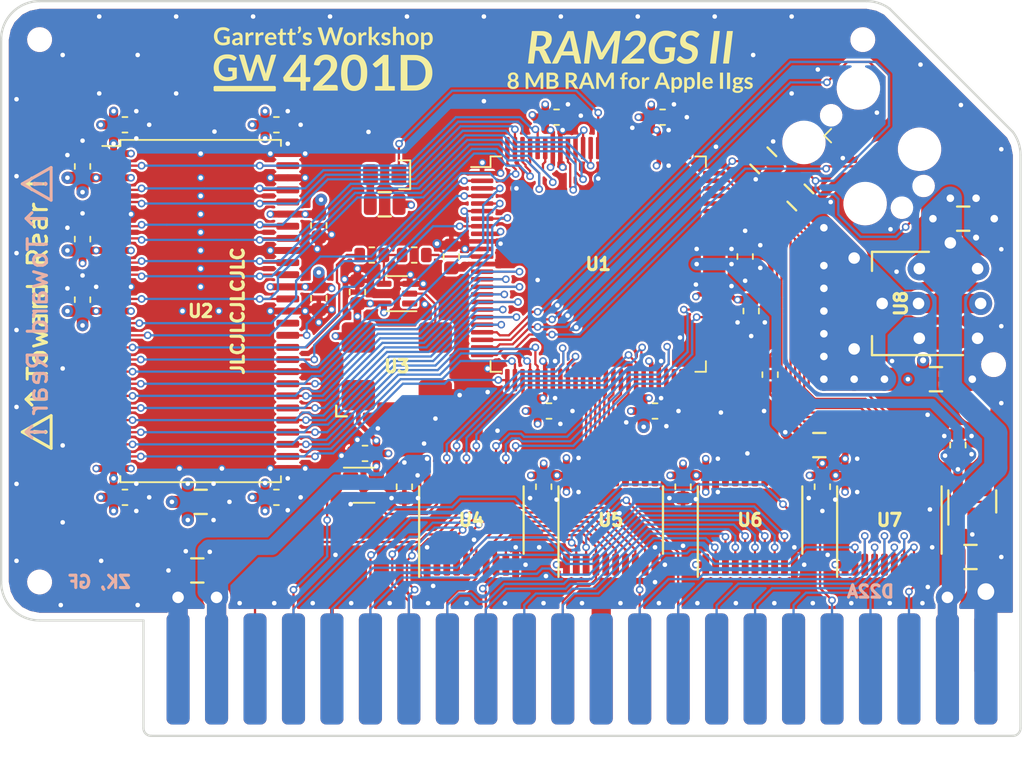
<source format=kicad_pcb>
(kicad_pcb (version 20221018) (generator pcbnew)

  (general
    (thickness 1.6108)
  )

  (paper "A4")
  (title_block
    (title "GW4201D (RAM2GS II) - EPM240 / 5M240Z / AG256")
    (date "2024-04-24")
    (rev "2.2")
    (company "Garrett's Workshop")
  )

  (layers
    (0 "F.Cu" signal)
    (1 "In1.Cu" power)
    (2 "In2.Cu" power)
    (31 "B.Cu" signal)
    (32 "B.Adhes" user "B.Adhesive")
    (33 "F.Adhes" user "F.Adhesive")
    (34 "B.Paste" user)
    (35 "F.Paste" user)
    (36 "B.SilkS" user "B.Silkscreen")
    (37 "F.SilkS" user "F.Silkscreen")
    (38 "B.Mask" user)
    (39 "F.Mask" user)
    (40 "Dwgs.User" user "User.Drawings")
    (41 "Cmts.User" user "User.Comments")
    (42 "Eco1.User" user "User.Eco1")
    (43 "Eco2.User" user "User.Eco2")
    (44 "Edge.Cuts" user)
    (45 "Margin" user)
    (46 "B.CrtYd" user "B.Courtyard")
    (47 "F.CrtYd" user "F.Courtyard")
    (48 "B.Fab" user)
    (49 "F.Fab" user)
  )

  (setup
    (stackup
      (layer "F.SilkS" (type "Top Silk Screen"))
      (layer "F.Paste" (type "Top Solder Paste"))
      (layer "F.Mask" (type "Top Solder Mask") (thickness 0.01))
      (layer "F.Cu" (type "copper") (thickness 0.035))
      (layer "dielectric 1" (type "core") (thickness 0.2104) (material "FR4") (epsilon_r 4.6) (loss_tangent 0.02))
      (layer "In1.Cu" (type "copper") (thickness 0.0175))
      (layer "dielectric 2" (type "prepreg") (thickness 1.065) (material "FR4") (epsilon_r 4.5) (loss_tangent 0.02))
      (layer "In2.Cu" (type "copper") (thickness 0.0175))
      (layer "dielectric 3" (type "core") (thickness 0.2104) (material "FR4") (epsilon_r 4.6) (loss_tangent 0.02))
      (layer "B.Cu" (type "copper") (thickness 0.035))
      (layer "B.Mask" (type "Bottom Solder Mask") (thickness 0.01))
      (layer "B.Paste" (type "Bottom Solder Paste"))
      (layer "B.SilkS" (type "Bottom Silk Screen"))
      (copper_finish "None")
      (dielectric_constraints no)
    )
    (pad_to_mask_clearance 0.0762)
    (solder_mask_min_width 0.127)
    (pad_to_paste_clearance -0.0381)
    (pcbplotparams
      (layerselection 0x00210f8_ffffffff)
      (plot_on_all_layers_selection 0x0000000_00000000)
      (disableapertmacros false)
      (usegerberextensions true)
      (usegerberattributes false)
      (usegerberadvancedattributes false)
      (creategerberjobfile false)
      (dashed_line_dash_ratio 12.000000)
      (dashed_line_gap_ratio 3.000000)
      (svgprecision 4)
      (plotframeref false)
      (viasonmask false)
      (mode 1)
      (useauxorigin false)
      (hpglpennumber 1)
      (hpglpenspeed 20)
      (hpglpendiameter 15.000000)
      (dxfpolygonmode true)
      (dxfimperialunits true)
      (dxfusepcbnewfont true)
      (psnegative false)
      (psa4output false)
      (plotreference true)
      (plotvalue true)
      (plotinvisibletext false)
      (sketchpadsonfab false)
      (subtractmaskfromsilk true)
      (outputformat 1)
      (mirror false)
      (drillshape 0)
      (scaleselection 1)
      (outputdirectory "gerber/")
    )
  )

  (net 0 "")
  (net 1 "GND")
  (net 2 "/FA15")
  (net 3 "/FA14")
  (net 4 "/FA13")
  (net 5 "/FA12")
  (net 6 "/FA11")
  (net 7 "/FA10")
  (net 8 "/~{CRAS}")
  (net 9 "/ABORT")
  (net 10 "/PH2")
  (net 11 "/~{CSEL}")
  (net 12 "/~{CROMSEL}")
  (net 13 "/CROW1")
  (net 14 "/CROW0")
  (net 15 "/~{CCAS}")
  (net 16 "/~{FWE}")
  (net 17 "/FRA1")
  (net 18 "/FRA2")
  (net 19 "/FRA0")
  (net 20 "/FRA7")
  (net 21 "/FRA5")
  (net 22 "/FRA4")
  (net 23 "/FRA3")
  (net 24 "/FRA6")
  (net 25 "/FRA8")
  (net 26 "/FRA9")
  (net 27 "/FD2")
  (net 28 "/FD7")
  (net 29 "/FD0")
  (net 30 "/FD6")
  (net 31 "/FD4")
  (net 32 "/FD5")
  (net 33 "/FD3")
  (net 34 "/FD1")
  (net 35 "/AClk")
  (net 36 "/RClk")
  (net 37 "Net-(D1-A)")
  (net 38 "unconnected-(J2-Pin_6-Pad6)")
  (net 39 "unconnected-(J2-Pin_7-Pad7)")
  (net 40 "unconnected-(J2-Pin_8-Pad8)")
  (net 41 "Net-(U7-B0)")
  (net 42 "Net-(U10-Y)")
  (net 43 "unconnected-(U1-IO2_58-Pad58)")
  (net 44 "unconnected-(U1-IO2_61-Pad61)")
  (net 45 "unconnected-(U1-IO2_62{slash}GCLK2-Pad62)")
  (net 46 "unconnected-(U1-IO2_64{slash}GCLK3-Pad64)")
  (net 47 "unconnected-(U1-IO2_66-Pad66)")
  (net 48 "unconnected-(U1-IO2_75-Pad75)")
  (net 49 "+3V3")
  (net 50 "/Dout5")
  (net 51 "/Dout6")
  (net 52 "/Dout4")
  (net 53 "/Dout7")
  (net 54 "/Dout2")
  (net 55 "/Dout1")
  (net 56 "/Dout0")
  (net 57 "/Dout3")
  (net 58 "/Din3")
  (net 59 "/Din0")
  (net 60 "/Din1")
  (net 61 "/Din2")
  (net 62 "/Din7")
  (net 63 "/Din4")
  (net 64 "/Din6")
  (net 65 "/Din5")
  (net 66 "/~{WE}in")
  (net 67 "/Ain0")
  (net 68 "/Ain2")
  (net 69 "/Ain1")
  (net 70 "/PH2in")
  (net 71 "/~{CCAS}in")
  (net 72 "/CROWin0")
  (net 73 "/CROWin1")
  (net 74 "/~{CRAS}in")
  (net 75 "/RD0")
  (net 76 "/RD2")
  (net 77 "/RD1")
  (net 78 "/RD3")
  (net 79 "/RD7")
  (net 80 "/RD5")
  (net 81 "/RD6")
  (net 82 "/RD4")
  (net 83 "/Ain7")
  (net 84 "/Ain5")
  (net 85 "/Ain4")
  (net 86 "/Ain3")
  (net 87 "/Ain6")
  (net 88 "/Ain8")
  (net 89 "/Ain9")
  (net 90 "/DQMH")
  (net 91 "/CKE")
  (net 92 "/RA11")
  (net 93 "/RA9")
  (net 94 "/RA8")
  (net 95 "/RA7")
  (net 96 "/RA6")
  (net 97 "/RA5")
  (net 98 "/RA4")
  (net 99 "/RA3")
  (net 100 "/RA2")
  (net 101 "/RA1")
  (net 102 "/RA0")
  (net 103 "/RA10")
  (net 104 "/BA1")
  (net 105 "/BA0")
  (net 106 "/R~{CS}")
  (net 107 "/R~{RAS}")
  (net 108 "/R~{CAS}")
  (net 109 "/R~{WE}")
  (net 110 "/DQML")
  (net 111 "unconnected-(U1-IO2_76-Pad76)")
  (net 112 "/TDI")
  (net 113 "unconnected-(U1-IO2_78-Pad78)")
  (net 114 "unconnected-(U1-IO2_81-Pad81)")
  (net 115 "unconnected-(U1-IO2_82-Pad82)")
  (net 116 "/TMS")
  (net 117 "/TDO")
  (net 118 "/TCK")
  (net 119 "+5V")
  (net 120 "unconnected-(U1-IO2_84-Pad84)")
  (net 121 "unconnected-(U1-IO2_86-Pad86)")
  (net 122 "+1V8")
  (net 123 "Net-(U10-A)")
  (net 124 "/MISO")
  (net 125 "/MOSI")
  (net 126 "/SCK")
  (net 127 "/S~{CS}")
  (net 128 "Net-(U4-~{OE})")
  (net 129 "unconnected-(U9-NC-Pad1)")
  (net 130 "unconnected-(U10-NC-Pad1)")
  (net 131 "/LED")
  (net 132 "unconnected-(U11-NC-Pad4)")
  (net 133 "5VC")

  (footprint "stdpads:Fiducial" (layer "F.Cu") (at 51.054 129.54))

  (footprint "stdpads:C_0603" (layer "F.Cu") (at 75.7 108.05 90))

  (footprint "stdpads:C_0603" (layer "F.Cu") (at 95.1 108.05 90))

  (footprint "stdpads:C_0603" (layer "F.Cu") (at 82.15 118.25))

  (footprint "stdpads:C_0603" (layer "F.Cu") (at 89.15 118.25))

  (footprint "stdpads:C_0603" (layer "F.Cu") (at 82.65 98.85))

  (footprint "stdpads:C_0603" (layer "F.Cu") (at 95.5 111.65 -90))

  (footprint "stdpads:C_0603" (layer "F.Cu") (at 89.65 98.85))

  (footprint "stdpads:C_0603" (layer "F.Cu") (at 51.35 106.9 90))

  (footprint "stdpads:C_0603" (layer "F.Cu") (at 51.35 102.1 90))

  (footprint "stdpads:C_0603" (layer "F.Cu") (at 54.15 99.35))

  (footprint "stdpads:C_0603" (layer "F.Cu") (at 64.15 123.95))

  (footprint "stdpads:C_0603" (layer "F.Cu") (at 64.15 99.35))

  (footprint "stdpads:C_0603" (layer "F.Cu") (at 66.95 110.8 -90))

  (footprint "stdpads:C_0603" (layer "F.Cu") (at 66.95 106 -90))

  (footprint "stdpads:C_0603" (layer "F.Cu") (at 51.35 110.9 90))

  (footprint "stdpads:C_0603" (layer "F.Cu") (at 54.15 123.95))

  (footprint "stdpads:PasteHole_1.1mm_PTH" (layer "F.Cu") (at 110.998 130.175))

  (footprint "stdpads:TSSOP-20_4.4x6.5mm_P0.65mm" (layer "F.Cu") (at 95.425 125.45))

  (footprint "stdpads:C_0603" (layer "F.Cu") (at 91 123.25 -90))

  (footprint "stdpads:C_0603" (layer "F.Cu") (at 81.8 123.25 -90))

  (footprint "stdpads:TSSOP-20_4.4x6.5mm_P0.65mm" (layer "F.Cu") (at 104.625 125.45))

  (footprint "stdpads:C_0603" (layer "F.Cu") (at 72.6 123.25 -90))

  (footprint "stdpads:TSSOP-20_4.4x6.5mm_P0.65mm" (layer "F.Cu") (at 86.225 125.45))

  (footprint "stdpads:C_0805" (layer "F.Cu") (at 58.928 128.778 180))

  (footprint "stdpads:C_0805" (layer "F.Cu") (at 109.982 127.889))

  (footprint "stdpads:Fiducial" (layer "F.Cu") (at 100.33 93.726))

  (footprint "stdpads:SOT-223" (layer "F.Cu") (at 105.387 111.15))

  (footprint "stdpads:C_0805" (layer "F.Cu") (at 109.5 105.55))

  (footprint "stdpads:C_0805" (layer "F.Cu") (at 107.7 116.15))

  (footprint "stdpads:R_0805" (layer "F.Cu") (at 96.3 101.7 -45))

  (footprint "stdpads:R_0805" (layer "F.Cu") (at 98.75 104.15 135))

  (footprint "stdpads:Fiducial" (layer "F.Cu") (at 51.054 93.726))

  (footprint "stdpads:SOT-353" (layer "F.Cu") (at 69.9 123.15 -90))

  (footprint "stdpads:Tag-Connect_TC2050-IDC-FP_2x05_P1.27mm_Vertical" (layer "F.Cu") (at 103.474 101.415 -45))

  (footprint "stdpads:TSSOP-20_4.4x6.5mm_P0.65mm" (layer "F.Cu") (at 77.025 125.45))

  (footprint "stdpads:TQFP-100_14x14mm_P0.5mm" (layer "F.Cu") (at 85.4 108.55 -90))

  (footprint "stdpads:TSOP-II-54_22.2x10.16mm_P0.8mm" (layer "F.Cu") (at 59.15 111.65 -90))

  (footprint "stdpads:Crystal_SMD_7050-4Pin_7.0x5.0mm_SiTime" (layer "F.Cu") (at 72.1 115.3))

  (footprint "stdpads:SOT-353" (layer "F.Cu") (at 72.1 110.5 90))

  (footprint "stdpads:C_0603" (layer "F.Cu") (at 69.5 110.4 90))

  (footprint "stdpads:PasteHole_1.152mm_NPTH" (layer "F.Cu") (at 48.514 93.726))

  (footprint "stdpads:PasteHole_1.152mm_NPTH" (layer "F.Cu") (at 102.87 93.726))

  (footprint "stdpads:PasteHole_1.152mm_NPTH" (layer "F.Cu") (at 48.514 129.54))

  (footprint "stdpads:C_0805" (layer "F.Cu")
    (tstamp 00000000-0000-0000-0000-00005f798ad5)
    (at 59.15 124.25)
    (tags "capacitor")
    (property "LCSC Part" "C15850")
    (property "Sheetfile" "RAM2GS.kicad_sch")
    (property "Sheetname" "")
    (property "ki_description" "Unpolarized capacitor, small symbol")
    (property "ki_keywords" "capacitor cap")
    (path "/00000000-0000-0000-0000-00005f92777a")
    (solder_mask_margin 0.05)
    (solder_paste_margin -0.025)
    (attr smd)
    (fp_text reference "C26" (at 0 0 180) (layer "F.Fab")
        (effects (font (size 0.254 0.254) (thickness 0.0635)))
      (tstamp 5b629cce-9516-4f47-be21-a483385f61b8)
    )
    (fp_text value "10u" (at 0 0.35) (layer "F.Fab")
        (effects (font (size 0.254 0.254) (thickness 0.0635)))
      (tstamp fdc3bc40-4d56-497a-8ea8-7514675e013d)
    )
    (fp_text user "${REFERENCE}" (at 0 0 180) (layer "F.SilkS") hide
        (effects (font (size 0.254 0.254) (thickness 0.0635)))
      (tstamp b278b41e-ac68-452a-98d2-23c84d15cb27)
    )
    (fp_line (start -0.4064 -0.8) (end 0.4064 -0.8)
      (stroke (width 0.1524) (type solid)) (layer "F.SilkS") (tstamp 7921790d-12cc-4967-bc3c-443b48f46c48))
    (fp_line (start -0.4064 0.8) (end 0.4064 0.8)
      (stroke (width 0.1524) (type solid)) (layer "F.SilkS") (tstamp 1fe7b4f6-b7a6-4698-96cb-0d227cc26a9e))
    (fp_line (start -1.7 -1) (end 1.7 -1)
      (stroke (width 0.05) (type solid)) (layer "F.CrtYd") (tstamp fc5a8cb4-ac9c-458b-a630-34742c7102a5))
    (fp_line (start -1.7 1) (end -1.7 -1)
      (stroke (width 0.05) (type solid)) (layer "F.CrtYd") (tstamp 3e2beaab-16d6-41ee-a8d9-4e3ec540cf20))
    (fp_line (start 1.7 -1) (end 1.7 1)
      (stroke (width 0.05) (type solid)) (layer "F.CrtYd") (tstamp 4561235a-f110-4d1d-bda5-72172a2c8b76))
    (fp_line (start 1.7 1) (end -1.7 1)
      (stroke (width 0.05) (type solid)) (layer "F.CrtYd") (tstamp 03be9464-9c46-4d1c-b15a-0c58f2e92b0c))
    (fp_line (start -1 -0.625) (end 1 -0.625)
      (stroke (width 0.15) (type solid)) (layer "F.Fab") (tstamp 1fabcbec-b2d9-41e0-ba3a-904f3ed4bc96))
    (fp_line (start -1 0.625) (end -1 -0.625)
      (stroke (width 0.15) (type solid)) (layer "F.Fab") (tstamp a63283f2-f262-41c5-a860-b921f9e1c760))
    (fp_line (start 1 -0.625) (end 1 0.625)
      (stroke (width 0.15) (type solid)) (layer "F.Fab") (tstamp 90ff4db1-86fe-49ec-9fae-585adb9783f0))
    (fp_line (start 1 0.625) (end -1 0.625)
      (stroke (width 0.15) (type solid)) (layer "F.Fab") (tstamp 22b5f760-27eb-4c1e-afaf-74f258468981))
    (pad "1" smd roundrect (at -0.85 0) (size 1.05 1.4) (layers "F.Cu" "F.Paste" "F.Mask") (roundrect_rratio 0.25)
      (net 49 "+3V3") (pintype "passive") (tstamp 9ed3b134-a7f0-48e3-a1a4-5367002ddce3))
    (pad "2" smd roundrect (at 0.85 0) (size 1.05 1.4) (layers "F.Cu" "F.Paste" "F.Mask") (roundrect_rratio 0.25)
      (net 1 "GND") (pintype "passive") (tstamp 17f13955-3124-4270-8660-1fbb717a2f85))
    (model "${KICAD6_3DMODEL_DIR}/Capacitor_SMD.3dshapes/C_0805_2012Metric.wrl"
      (offset (xyz 0 0 0))
      (scale (xyz 1 1 1))
      (rotate 
... [2372576 chars truncated]
</source>
